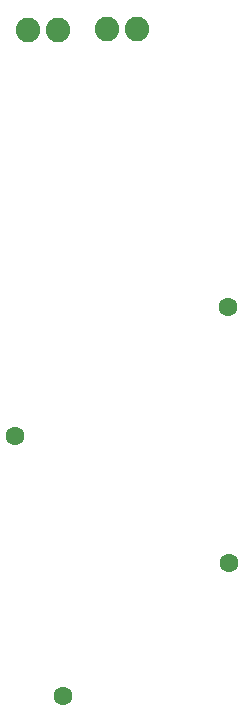
<source format=gbs>
G04 EAGLE Gerber RS-274X export*
G75*
%MOMM*%
%FSLAX34Y34*%
%LPD*%
%AMOC8*
5,1,8,0,0,1.08239X$1,22.5*%
G01*
%ADD10C,2.082800*%
%ADD11C,1.603200*%


D10*
X88000Y1014600D03*
X113400Y1014600D03*
X46500Y1014400D03*
X21100Y1014400D03*
D11*
X190000Y780000D03*
X191000Y563000D03*
X50000Y450000D03*
X10000Y670000D03*
M02*

</source>
